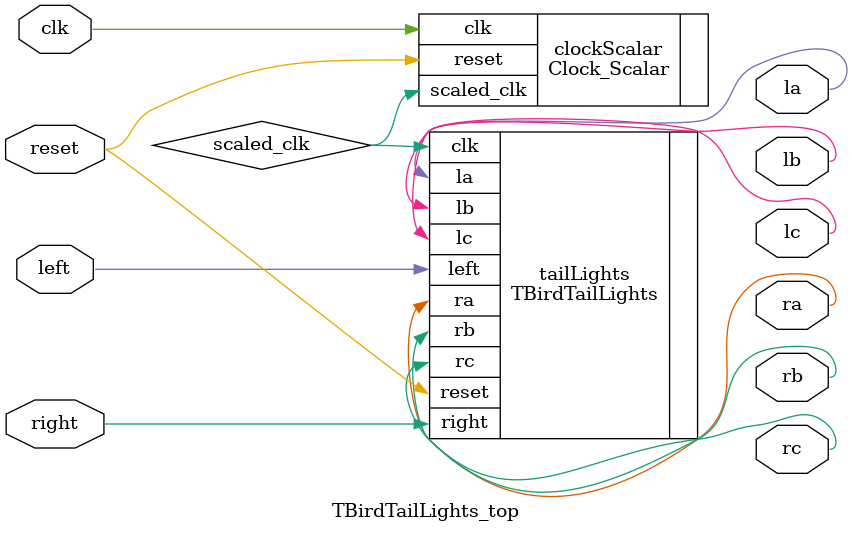
<source format=sv>
`timescale 1ns / 1ps


module TBirdTailLights_top(input logic clk,
                           input logic reset,
                           input logic right, left,
                           output logic la, lb, lc, ra, rb, rc);
                       
    logic scaled_clk; 
    
    Clock_Scalar clockScalar(.clk(clk),
                      .reset(reset),
                      .scaled_clk(scaled_clk));

    TBirdTailLights tailLights(.clk(scaled_clk), 
                         .reset(reset), 
                         .right(right),
                         .left(left),
                         .la(la),
                         .lb(lb),
                         .lc(lc),
                         .ra(ra),
                         .rb(rb),
                         .rc(rc));
                     
endmodule

</source>
